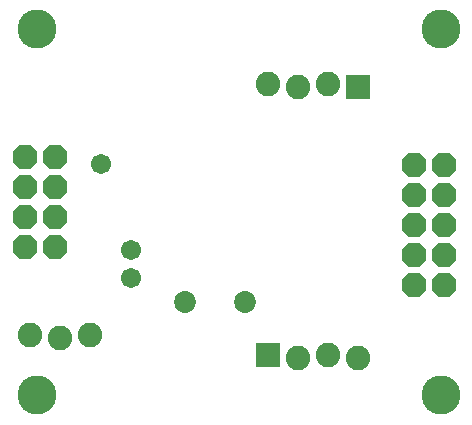
<source format=gbs>
G75*
%MOIN*%
%OFA0B0*%
%FSLAX25Y25*%
%IPPOS*%
%LPD*%
%AMOC8*
5,1,8,0,0,1.08239X$1,22.5*
%
%ADD10C,0.13005*%
%ADD11C,0.07300*%
%ADD12OC8,0.08200*%
%ADD13R,0.08200X0.08200*%
%ADD14C,0.08200*%
%ADD15C,0.06706*%
D10*
X0032509Y0115186D03*
X0032509Y0237233D03*
X0167154Y0237233D03*
X0167154Y0115186D03*
D11*
X0101823Y0146259D03*
X0081823Y0146259D03*
D12*
X0038296Y0164753D03*
X0028296Y0164753D03*
X0028296Y0174753D03*
X0028296Y0184753D03*
X0028296Y0194753D03*
X0038296Y0194753D03*
X0038296Y0184753D03*
X0038296Y0174753D03*
X0158217Y0171879D03*
X0158217Y0181879D03*
X0158217Y0191879D03*
X0168217Y0191879D03*
X0168217Y0181879D03*
X0168217Y0171879D03*
X0168217Y0161879D03*
X0168217Y0151879D03*
X0158217Y0151879D03*
X0158217Y0161879D03*
D13*
X0109461Y0128560D03*
X0139461Y0218103D03*
D14*
X0129461Y0219103D03*
X0119461Y0218103D03*
X0109461Y0219103D03*
X0050146Y0135371D03*
X0040146Y0134371D03*
X0030146Y0135371D03*
X0119461Y0127560D03*
X0129461Y0128560D03*
X0139461Y0127560D03*
D15*
X0063611Y0154162D03*
X0063611Y0163611D03*
X0053769Y0192351D03*
M02*

</source>
